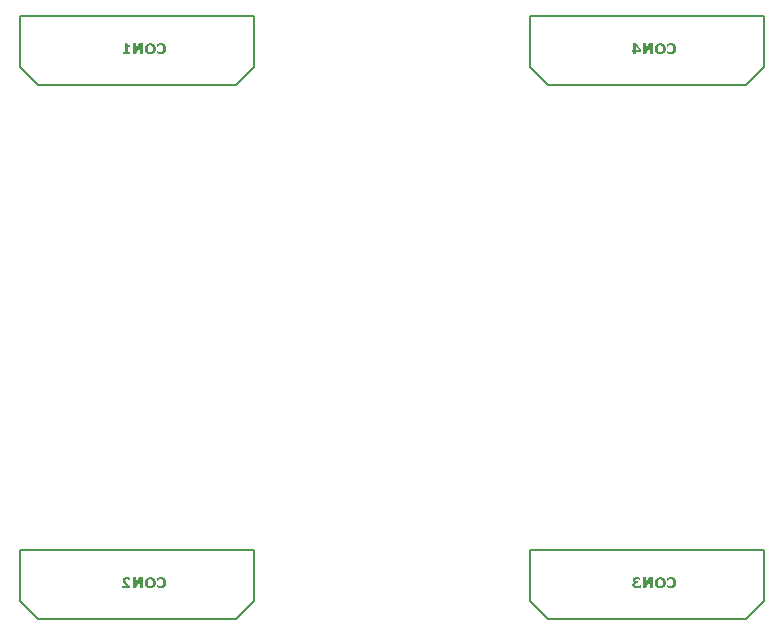
<source format=gbr>
G04 Layer_Color=8388736*
%FSLAX44Y44*%
%MOMM*%
G71*
G01*
G75*
%ADD30C,0.2000*%
G36*
X830857Y50950D02*
X828733D01*
Y57105D01*
X824942Y50950D01*
X822703D01*
Y59927D01*
X824827D01*
Y54782D01*
X828098Y59927D01*
X830857D01*
Y50950D01*
D02*
G37*
G36*
X846593Y60083D02*
X846947Y60041D01*
X847270Y59989D01*
X847415Y59958D01*
X847551Y59927D01*
X847676Y59896D01*
X847780Y59864D01*
X847874Y59833D01*
X847957Y59812D01*
X848030Y59791D01*
X848072Y59771D01*
X848103Y59760D01*
X848113D01*
X848426Y59625D01*
X848707Y59479D01*
X848946Y59333D01*
X849165Y59177D01*
X849248Y59115D01*
X849332Y59052D01*
X849394Y58990D01*
X849457Y58938D01*
X849498Y58896D01*
X849529Y58875D01*
X849550Y58854D01*
X849561Y58844D01*
X849769Y58604D01*
X849957Y58344D01*
X850123Y58094D01*
X850248Y57865D01*
X850311Y57750D01*
X850352Y57657D01*
X850394Y57563D01*
X850425Y57490D01*
X850456Y57428D01*
X850477Y57386D01*
X850488Y57355D01*
Y57344D01*
X850592Y57011D01*
X850665Y56678D01*
X850727Y56355D01*
X850758Y56053D01*
X850769Y55918D01*
X850779Y55803D01*
X850790Y55688D01*
Y55595D01*
X850800Y55522D01*
Y55470D01*
Y55428D01*
Y55418D01*
X850790Y55001D01*
X850748Y54616D01*
X850727Y54439D01*
X850696Y54272D01*
X850665Y54116D01*
X850633Y53980D01*
X850602Y53845D01*
X850571Y53731D01*
X850540Y53637D01*
X850519Y53554D01*
X850498Y53491D01*
X850477Y53439D01*
X850467Y53408D01*
Y53397D01*
X850331Y53085D01*
X850175Y52804D01*
X850019Y52554D01*
X849873Y52335D01*
X849800Y52241D01*
X849738Y52158D01*
X849675Y52096D01*
X849634Y52033D01*
X849592Y51991D01*
X849561Y51960D01*
X849540Y51939D01*
X849529Y51929D01*
X849290Y51721D01*
X849040Y51544D01*
X848801Y51398D01*
X848571Y51273D01*
X848374Y51179D01*
X848290Y51137D01*
X848217Y51106D01*
X848155Y51085D01*
X848113Y51065D01*
X848082Y51054D01*
X848072D01*
X847749Y50960D01*
X847426Y50887D01*
X847113Y50835D01*
X846832Y50804D01*
X846707Y50783D01*
X846593D01*
X846489Y50773D01*
X846395Y50763D01*
X845989D01*
X845780Y50773D01*
X845593Y50783D01*
X845447Y50804D01*
X845322Y50815D01*
X845239Y50825D01*
X845187Y50835D01*
X845166D01*
X844874Y50887D01*
X844729Y50919D01*
X844604Y50950D01*
X844500Y50971D01*
X844406Y50992D01*
X844354Y51013D01*
X844333D01*
X844093Y51096D01*
X843989Y51127D01*
X843885Y51169D01*
X843812Y51200D01*
X843750Y51221D01*
X843708Y51231D01*
X843698Y51242D01*
X843458Y51346D01*
X843354Y51398D01*
X843250Y51439D01*
X843167Y51481D01*
X843104Y51502D01*
X843052Y51523D01*
X843042Y51533D01*
Y53678D01*
X843292D01*
X843427Y53564D01*
X843562Y53449D01*
X843614Y53408D01*
X843667Y53366D01*
X843698Y53345D01*
X843708Y53335D01*
X843896Y53189D01*
X843989Y53127D01*
X844073Y53074D01*
X844146Y53022D01*
X844198Y52991D01*
X844239Y52970D01*
X844250Y52960D01*
X844520Y52825D01*
X844645Y52762D01*
X844770Y52720D01*
X844874Y52679D01*
X844947Y52648D01*
X844999Y52637D01*
X845020Y52627D01*
X845176Y52585D01*
X845322Y52554D01*
X845458Y52533D01*
X845593Y52523D01*
X845697Y52512D01*
X845780Y52502D01*
X845853D01*
X846020Y52512D01*
X846176Y52523D01*
X846332Y52543D01*
X846468Y52575D01*
X846582Y52595D01*
X846666Y52616D01*
X846728Y52627D01*
X846739Y52637D01*
X846749D01*
X846916Y52700D01*
X847061Y52772D01*
X847207Y52845D01*
X847322Y52929D01*
X847426Y52991D01*
X847499Y53054D01*
X847541Y53095D01*
X847561Y53106D01*
X847697Y53241D01*
X847811Y53387D01*
X847915Y53533D01*
X847999Y53678D01*
X848072Y53803D01*
X848124Y53908D01*
X848145Y53949D01*
X848155Y53980D01*
X848165Y53991D01*
Y54001D01*
X848238Y54220D01*
X848301Y54460D01*
X848342Y54689D01*
X848363Y54918D01*
X848384Y55116D01*
Y55199D01*
X848394Y55272D01*
Y55324D01*
Y55366D01*
Y55397D01*
Y55407D01*
X848384Y55699D01*
X848363Y55959D01*
X848322Y56188D01*
X848280Y56386D01*
X848249Y56553D01*
X848228Y56615D01*
X848207Y56667D01*
X848197Y56719D01*
X848186Y56751D01*
X848176Y56761D01*
Y56771D01*
X848092Y56980D01*
X847999Y57157D01*
X847895Y57313D01*
X847811Y57448D01*
X847728Y57552D01*
X847665Y57625D01*
X847613Y57677D01*
X847603Y57688D01*
X847457Y57813D01*
X847322Y57917D01*
X847176Y58000D01*
X847051Y58073D01*
X846947Y58125D01*
X846864Y58167D01*
X846812Y58188D01*
X846791Y58198D01*
X846624Y58250D01*
X846457Y58292D01*
X846301Y58313D01*
X846166Y58334D01*
X846041Y58344D01*
X845947Y58354D01*
X845864D01*
X845708Y58344D01*
X845551Y58334D01*
X845416Y58313D01*
X845291Y58292D01*
X845187Y58261D01*
X845104Y58240D01*
X845062Y58229D01*
X845041Y58219D01*
X844895Y58167D01*
X844760Y58115D01*
X844635Y58063D01*
X844531Y58011D01*
X844447Y57959D01*
X844375Y57927D01*
X844333Y57907D01*
X844323Y57896D01*
X844198Y57823D01*
X844093Y57750D01*
X843989Y57688D01*
X843906Y57625D01*
X843833Y57573D01*
X843781Y57532D01*
X843750Y57511D01*
X843739Y57500D01*
X843646Y57428D01*
X843562Y57365D01*
X843489Y57313D01*
X843427Y57261D01*
X843375Y57219D01*
X843344Y57188D01*
X843323Y57178D01*
X843312Y57167D01*
X843042D01*
Y59344D01*
X843240Y59427D01*
X843333Y59469D01*
X843427Y59510D01*
X843510Y59542D01*
X843573Y59573D01*
X843614Y59583D01*
X843625Y59594D01*
X843875Y59698D01*
X844000Y59739D01*
X844114Y59781D01*
X844208Y59812D01*
X844281Y59833D01*
X844333Y59854D01*
X844354D01*
X844645Y59927D01*
X844791Y59948D01*
X844916Y59979D01*
X845031Y60000D01*
X845124Y60010D01*
X845176Y60021D01*
X845197D01*
X845551Y60062D01*
X845718Y60073D01*
X845874Y60083D01*
X846020Y60093D01*
X846218D01*
X846593Y60083D01*
D02*
G37*
G36*
X405847Y60104D02*
X406222Y60062D01*
X406566Y60000D01*
X406899Y59917D01*
X407201Y59823D01*
X407482Y59719D01*
X407732Y59604D01*
X407961Y59489D01*
X408170Y59365D01*
X408346Y59250D01*
X408492Y59146D01*
X408617Y59052D01*
X408721Y58969D01*
X408784Y58906D01*
X408836Y58865D01*
X408846Y58854D01*
X409065Y58604D01*
X409253Y58344D01*
X409409Y58073D01*
X409555Y57792D01*
X409669Y57500D01*
X409763Y57219D01*
X409846Y56938D01*
X409909Y56667D01*
X409961Y56417D01*
X410002Y56178D01*
X410023Y55970D01*
X410044Y55782D01*
X410054Y55636D01*
X410065Y55574D01*
Y55522D01*
Y55480D01*
Y55449D01*
Y55438D01*
Y55428D01*
X410054Y55032D01*
X410013Y54668D01*
X409950Y54314D01*
X409877Y53991D01*
X409784Y53689D01*
X409679Y53408D01*
X409565Y53147D01*
X409450Y52918D01*
X409346Y52710D01*
X409232Y52533D01*
X409128Y52377D01*
X409034Y52252D01*
X408961Y52158D01*
X408899Y52085D01*
X408857Y52033D01*
X408846Y52023D01*
X408607Y51804D01*
X408346Y51606D01*
X408076Y51439D01*
X407795Y51294D01*
X407513Y51169D01*
X407232Y51075D01*
X406951Y50992D01*
X406691Y50919D01*
X406430Y50867D01*
X406201Y50825D01*
X405993Y50804D01*
X405806Y50783D01*
X405660Y50773D01*
X405597Y50763D01*
X405451D01*
X405056Y50773D01*
X404681Y50815D01*
X404337Y50877D01*
X404004Y50960D01*
X403702Y51054D01*
X403421Y51158D01*
X403171Y51273D01*
X402942Y51398D01*
X402733Y51512D01*
X402556Y51627D01*
X402411Y51731D01*
X402286Y51825D01*
X402181Y51908D01*
X402108Y51971D01*
X402067Y52012D01*
X402057Y52023D01*
X401838Y52273D01*
X401650Y52533D01*
X401484Y52804D01*
X401348Y53085D01*
X401223Y53366D01*
X401130Y53658D01*
X401046Y53928D01*
X400984Y54199D01*
X400932Y54449D01*
X400890Y54678D01*
X400869Y54897D01*
X400848Y55074D01*
X400838Y55220D01*
X400828Y55334D01*
Y55376D01*
Y55407D01*
Y55418D01*
Y55428D01*
X400838Y55824D01*
X400880Y56199D01*
X400942Y56553D01*
X401026Y56876D01*
X401119Y57188D01*
X401223Y57469D01*
X401328Y57719D01*
X401442Y57959D01*
X401567Y58156D01*
X401671Y58344D01*
X401775Y58500D01*
X401869Y58625D01*
X401952Y58719D01*
X402015Y58792D01*
X402057Y58844D01*
X402067Y58854D01*
X402306Y59073D01*
X402567Y59271D01*
X402837Y59437D01*
X403119Y59583D01*
X403400Y59708D01*
X403681Y59802D01*
X403952Y59885D01*
X404223Y59958D01*
X404473Y60010D01*
X404702Y60052D01*
X404910Y60073D01*
X405097Y60093D01*
X405243Y60104D01*
X405358Y60114D01*
X405451D01*
X405847Y60104D01*
D02*
G37*
G36*
X817725D02*
X818038Y60083D01*
X818329Y60052D01*
X818589Y60021D01*
X818704Y60000D01*
X818808Y59989D01*
X818892Y59969D01*
X818975Y59958D01*
X819037Y59948D01*
X819079Y59937D01*
X819110Y59927D01*
X819121D01*
X819423Y59854D01*
X819683Y59791D01*
X819912Y59719D01*
X820100Y59667D01*
X820256Y59615D01*
X820318Y59594D01*
X820360Y59573D01*
X820402Y59562D01*
X820433Y59552D01*
X820443Y59542D01*
X820454D01*
Y57605D01*
X820235D01*
X820006Y57730D01*
X819777Y57844D01*
X819558Y57927D01*
X819360Y58011D01*
X819194Y58073D01*
X819131Y58094D01*
X819069Y58115D01*
X819016Y58125D01*
X818985Y58136D01*
X818964Y58146D01*
X818954D01*
X818715Y58209D01*
X818485Y58261D01*
X818277Y58292D01*
X818090Y58323D01*
X817934Y58334D01*
X817871D01*
X817819Y58344D01*
X817725D01*
X817548Y58334D01*
X817454D01*
X817371Y58323D01*
X817298Y58313D01*
X817236D01*
X817194Y58302D01*
X817184D01*
X817069Y58292D01*
X816955Y58271D01*
X816861Y58240D01*
X816777Y58219D01*
X816715Y58198D01*
X816663Y58177D01*
X816632Y58167D01*
X816621Y58156D01*
X816476Y58073D01*
X816371Y57990D01*
X816330Y57959D01*
X816299Y57927D01*
X816288Y57907D01*
X816278Y57896D01*
X816226Y57834D01*
X816194Y57761D01*
X816153Y57625D01*
X816142Y57563D01*
X816132Y57511D01*
Y57480D01*
Y57469D01*
X816142Y57344D01*
X816153Y57230D01*
X816173Y57136D01*
X816194Y57053D01*
X816226Y56990D01*
X816246Y56948D01*
X816257Y56917D01*
X816267Y56907D01*
X816319Y56844D01*
X816382Y56782D01*
X816517Y56688D01*
X816569Y56657D01*
X816621Y56636D01*
X816653Y56615D01*
X816663D01*
X816871Y56542D01*
X816975Y56522D01*
X817069Y56501D01*
X817163Y56490D01*
X817225Y56480D01*
X817267Y56469D01*
X817288D01*
X817423Y56459D01*
X817704D01*
X817829Y56449D01*
X818621D01*
Y54845D01*
X817621D01*
X817517Y54834D01*
X817371D01*
X817225Y54824D01*
X817079Y54814D01*
X816965Y54793D01*
X816850Y54782D01*
X816767Y54762D01*
X816705Y54741D01*
X816663Y54730D01*
X816653D01*
X816548Y54689D01*
X816455Y54647D01*
X816371Y54595D01*
X816309Y54543D01*
X816257Y54491D01*
X816215Y54449D01*
X816194Y54428D01*
X816184Y54418D01*
X816121Y54335D01*
X816080Y54241D01*
X816038Y54137D01*
X816017Y54043D01*
X816007Y53949D01*
X815996Y53876D01*
Y53835D01*
Y53814D01*
X816007Y53668D01*
X816017Y53543D01*
X816038Y53439D01*
X816059Y53345D01*
X816090Y53283D01*
X816111Y53231D01*
X816121Y53199D01*
X816132Y53189D01*
X816246Y53043D01*
X816361Y52939D01*
X816413Y52897D01*
X816444Y52866D01*
X816476Y52845D01*
X816486Y52835D01*
X816600Y52772D01*
X816715Y52710D01*
X816830Y52668D01*
X816944Y52637D01*
X817038Y52616D01*
X817111Y52595D01*
X817163Y52585D01*
X817184D01*
X817329Y52564D01*
X817475Y52554D01*
X817600Y52543D01*
X817715D01*
X817798Y52533D01*
X817934D01*
X818163Y52543D01*
X818392Y52564D01*
X818610Y52606D01*
X818808Y52648D01*
X818985Y52679D01*
X819058Y52700D01*
X819121Y52720D01*
X819173Y52731D01*
X819214Y52741D01*
X819235Y52752D01*
X819246D01*
X819506Y52845D01*
X819745Y52939D01*
X819954Y53022D01*
X820131Y53116D01*
X820287Y53189D01*
X820391Y53252D01*
X820433Y53272D01*
X820464Y53293D01*
X820474Y53304D01*
X820714D01*
Y51325D01*
X820516Y51242D01*
X820308Y51169D01*
X820089Y51106D01*
X819881Y51054D01*
X819704Y51002D01*
X819621Y50981D01*
X819558Y50971D01*
X819496Y50960D01*
X819454Y50950D01*
X819433Y50940D01*
X819423D01*
X819110Y50877D01*
X818787Y50835D01*
X818465Y50804D01*
X818163Y50783D01*
X818027Y50773D01*
X817788D01*
X817694Y50763D01*
X817506D01*
X817152Y50773D01*
X816840Y50794D01*
X816559Y50825D01*
X816434Y50846D01*
X816319Y50867D01*
X816215Y50877D01*
X816121Y50898D01*
X816049Y50919D01*
X815986Y50929D01*
X815934Y50940D01*
X815892Y50950D01*
X815872Y50960D01*
X815861D01*
X815611Y51044D01*
X815382Y51137D01*
X815184Y51231D01*
X815007Y51325D01*
X814861Y51408D01*
X814757Y51481D01*
X814715Y51502D01*
X814684Y51523D01*
X814674Y51544D01*
X814663D01*
X814476Y51700D01*
X814320Y51856D01*
X814195Y52012D01*
X814080Y52158D01*
X813997Y52283D01*
X813934Y52387D01*
X813924Y52429D01*
X813903Y52460D01*
X813893Y52470D01*
Y52481D01*
X813810Y52689D01*
X813747Y52897D01*
X813705Y53095D01*
X813674Y53283D01*
X813653Y53439D01*
Y53501D01*
X813643Y53564D01*
Y53606D01*
Y53637D01*
Y53658D01*
Y53668D01*
X813653Y53866D01*
X813674Y54043D01*
X813695Y54189D01*
X813726Y54314D01*
X813768Y54418D01*
X813789Y54491D01*
X813810Y54543D01*
X813820Y54553D01*
X813893Y54678D01*
X813966Y54793D01*
X814049Y54897D01*
X814122Y54980D01*
X814184Y55053D01*
X814237Y55116D01*
X814278Y55147D01*
X814289Y55157D01*
X814393Y55241D01*
X814507Y55314D01*
X814611Y55376D01*
X814705Y55428D01*
X814788Y55470D01*
X814851Y55501D01*
X814893Y55511D01*
X814913Y55522D01*
X815163Y55605D01*
X815267Y55626D01*
X815372Y55657D01*
X815455Y55668D01*
X815517Y55678D01*
X815559Y55688D01*
X815570D01*
Y55772D01*
X815299Y55855D01*
X815059Y55959D01*
X814851Y56084D01*
X814674Y56209D01*
X814538Y56324D01*
X814434Y56428D01*
X814403Y56469D01*
X814372Y56501D01*
X814351Y56511D01*
Y56522D01*
X814268Y56636D01*
X814195Y56751D01*
X814080Y56980D01*
X813997Y57209D01*
X813945Y57417D01*
X813903Y57594D01*
X813893Y57677D01*
Y57740D01*
X813882Y57792D01*
Y57834D01*
Y57854D01*
Y57865D01*
X813893Y58073D01*
X813924Y58261D01*
X813966Y58427D01*
X814007Y58563D01*
X814049Y58688D01*
X814091Y58771D01*
X814122Y58823D01*
X814132Y58844D01*
X814237Y59000D01*
X814351Y59135D01*
X814466Y59260D01*
X814591Y59365D01*
X814695Y59448D01*
X814778Y59510D01*
X814840Y59552D01*
X814851Y59562D01*
X814861D01*
X815028Y59656D01*
X815205Y59729D01*
X815382Y59802D01*
X815538Y59854D01*
X815695Y59896D01*
X815809Y59927D01*
X815851Y59948D01*
X815882D01*
X815903Y59958D01*
X815913D01*
X816163Y60010D01*
X816413Y60052D01*
X816663Y60073D01*
X816892Y60093D01*
X817007Y60104D01*
X817100D01*
X817184Y60114D01*
X817402D01*
X817725Y60104D01*
D02*
G37*
G36*
X837647D02*
X838022Y60062D01*
X838366Y60000D01*
X838699Y59917D01*
X839001Y59823D01*
X839282Y59719D01*
X839532Y59604D01*
X839761Y59489D01*
X839969Y59365D01*
X840146Y59250D01*
X840292Y59146D01*
X840417Y59052D01*
X840521Y58969D01*
X840584Y58906D01*
X840636Y58865D01*
X840646Y58854D01*
X840865Y58604D01*
X841052Y58344D01*
X841209Y58073D01*
X841355Y57792D01*
X841469Y57500D01*
X841563Y57219D01*
X841646Y56938D01*
X841709Y56667D01*
X841761Y56417D01*
X841802Y56178D01*
X841823Y55970D01*
X841844Y55782D01*
X841854Y55636D01*
X841865Y55574D01*
Y55522D01*
Y55480D01*
Y55449D01*
Y55438D01*
Y55428D01*
X841854Y55032D01*
X841813Y54668D01*
X841750Y54314D01*
X841677Y53991D01*
X841584Y53689D01*
X841479Y53408D01*
X841365Y53147D01*
X841250Y52918D01*
X841146Y52710D01*
X841032Y52533D01*
X840928Y52377D01*
X840834Y52252D01*
X840761Y52158D01*
X840698Y52085D01*
X840657Y52033D01*
X840646Y52023D01*
X840407Y51804D01*
X840146Y51606D01*
X839876Y51439D01*
X839595Y51294D01*
X839313Y51169D01*
X839032Y51075D01*
X838751Y50992D01*
X838491Y50919D01*
X838230Y50867D01*
X838001Y50825D01*
X837793Y50804D01*
X837606Y50783D01*
X837460Y50773D01*
X837397Y50763D01*
X837251D01*
X836856Y50773D01*
X836481Y50815D01*
X836137Y50877D01*
X835804Y50960D01*
X835502Y51054D01*
X835221Y51158D01*
X834971Y51273D01*
X834742Y51398D01*
X834533Y51512D01*
X834356Y51627D01*
X834211Y51731D01*
X834086Y51825D01*
X833981Y51908D01*
X833908Y51971D01*
X833867Y52012D01*
X833857Y52023D01*
X833638Y52273D01*
X833450Y52533D01*
X833284Y52804D01*
X833148Y53085D01*
X833023Y53366D01*
X832930Y53658D01*
X832846Y53928D01*
X832784Y54199D01*
X832732Y54449D01*
X832690Y54678D01*
X832669Y54897D01*
X832648Y55074D01*
X832638Y55220D01*
X832628Y55334D01*
Y55376D01*
Y55407D01*
Y55418D01*
Y55428D01*
X832638Y55824D01*
X832680Y56199D01*
X832742Y56553D01*
X832825Y56876D01*
X832919Y57188D01*
X833023Y57469D01*
X833128Y57719D01*
X833242Y57959D01*
X833367Y58156D01*
X833471Y58344D01*
X833575Y58500D01*
X833669Y58625D01*
X833752Y58719D01*
X833815Y58792D01*
X833857Y58844D01*
X833867Y58854D01*
X834106Y59073D01*
X834367Y59271D01*
X834638Y59437D01*
X834919Y59583D01*
X835200Y59708D01*
X835481Y59802D01*
X835752Y59885D01*
X836023Y59958D01*
X836273Y60010D01*
X836502Y60052D01*
X836710Y60073D01*
X836897Y60093D01*
X837043Y60104D01*
X837158Y60114D01*
X837251D01*
X837647Y60104D01*
D02*
G37*
G36*
X821047Y506810D02*
Y505122D01*
X816705D01*
Y503029D01*
X814497D01*
Y505122D01*
X813278D01*
Y506757D01*
X814497D01*
Y512027D01*
X816850D01*
X821047Y506810D01*
D02*
G37*
G36*
X837647Y512204D02*
X838022Y512162D01*
X838366Y512100D01*
X838699Y512016D01*
X839001Y511923D01*
X839282Y511819D01*
X839532Y511704D01*
X839761Y511590D01*
X839969Y511465D01*
X840146Y511350D01*
X840292Y511246D01*
X840417Y511152D01*
X840521Y511069D01*
X840584Y511006D01*
X840636Y510965D01*
X840646Y510954D01*
X840865Y510704D01*
X841052Y510444D01*
X841209Y510173D01*
X841355Y509892D01*
X841469Y509600D01*
X841563Y509319D01*
X841646Y509038D01*
X841709Y508767D01*
X841761Y508517D01*
X841802Y508278D01*
X841823Y508069D01*
X841844Y507882D01*
X841854Y507736D01*
X841865Y507674D01*
Y507622D01*
Y507580D01*
Y507549D01*
Y507538D01*
Y507528D01*
X841854Y507132D01*
X841813Y506768D01*
X841750Y506414D01*
X841677Y506091D01*
X841584Y505789D01*
X841479Y505508D01*
X841365Y505247D01*
X841250Y505018D01*
X841146Y504810D01*
X841032Y504633D01*
X840928Y504477D01*
X840834Y504352D01*
X840761Y504258D01*
X840698Y504185D01*
X840657Y504133D01*
X840646Y504123D01*
X840407Y503904D01*
X840146Y503706D01*
X839876Y503540D01*
X839595Y503394D01*
X839313Y503269D01*
X839032Y503175D01*
X838751Y503092D01*
X838491Y503019D01*
X838230Y502967D01*
X838001Y502925D01*
X837793Y502904D01*
X837606Y502883D01*
X837460Y502873D01*
X837397Y502863D01*
X837251D01*
X836856Y502873D01*
X836481Y502915D01*
X836137Y502977D01*
X835804Y503060D01*
X835502Y503154D01*
X835221Y503258D01*
X834971Y503373D01*
X834742Y503498D01*
X834533Y503612D01*
X834356Y503727D01*
X834211Y503831D01*
X834086Y503925D01*
X833981Y504008D01*
X833908Y504071D01*
X833867Y504112D01*
X833857Y504123D01*
X833638Y504373D01*
X833450Y504633D01*
X833284Y504904D01*
X833148Y505185D01*
X833023Y505466D01*
X832930Y505758D01*
X832846Y506028D01*
X832784Y506299D01*
X832732Y506549D01*
X832690Y506778D01*
X832669Y506997D01*
X832648Y507174D01*
X832638Y507320D01*
X832628Y507434D01*
Y507476D01*
Y507507D01*
Y507518D01*
Y507528D01*
X832638Y507924D01*
X832680Y508299D01*
X832742Y508653D01*
X832825Y508976D01*
X832919Y509288D01*
X833023Y509569D01*
X833128Y509819D01*
X833242Y510059D01*
X833367Y510257D01*
X833471Y510444D01*
X833575Y510600D01*
X833669Y510725D01*
X833752Y510819D01*
X833815Y510892D01*
X833857Y510944D01*
X833867Y510954D01*
X834106Y511173D01*
X834367Y511371D01*
X834638Y511537D01*
X834919Y511683D01*
X835200Y511808D01*
X835481Y511902D01*
X835752Y511985D01*
X836023Y512058D01*
X836273Y512110D01*
X836502Y512152D01*
X836710Y512173D01*
X836897Y512193D01*
X837043Y512204D01*
X837158Y512214D01*
X837251D01*
X837647Y512204D01*
D02*
G37*
G36*
X830857Y503050D02*
X828733D01*
Y509205D01*
X824942Y503050D01*
X822703D01*
Y512027D01*
X824827D01*
Y506882D01*
X828098Y512027D01*
X830857D01*
Y503050D01*
D02*
G37*
G36*
X846593Y512183D02*
X846947Y512141D01*
X847270Y512089D01*
X847415Y512058D01*
X847551Y512027D01*
X847676Y511996D01*
X847780Y511964D01*
X847874Y511933D01*
X847957Y511912D01*
X848030Y511892D01*
X848072Y511871D01*
X848103Y511860D01*
X848113D01*
X848426Y511725D01*
X848707Y511579D01*
X848946Y511433D01*
X849165Y511277D01*
X849248Y511215D01*
X849332Y511152D01*
X849394Y511090D01*
X849457Y511037D01*
X849498Y510996D01*
X849529Y510975D01*
X849550Y510954D01*
X849561Y510944D01*
X849769Y510704D01*
X849957Y510444D01*
X850123Y510194D01*
X850248Y509965D01*
X850311Y509850D01*
X850352Y509757D01*
X850394Y509663D01*
X850425Y509590D01*
X850456Y509528D01*
X850477Y509486D01*
X850488Y509455D01*
Y509444D01*
X850592Y509111D01*
X850665Y508778D01*
X850727Y508455D01*
X850758Y508153D01*
X850769Y508018D01*
X850779Y507903D01*
X850790Y507788D01*
Y507695D01*
X850800Y507622D01*
Y507570D01*
Y507528D01*
Y507518D01*
X850790Y507101D01*
X850748Y506716D01*
X850727Y506539D01*
X850696Y506372D01*
X850665Y506216D01*
X850633Y506081D01*
X850602Y505945D01*
X850571Y505830D01*
X850540Y505737D01*
X850519Y505653D01*
X850498Y505591D01*
X850477Y505539D01*
X850467Y505508D01*
Y505497D01*
X850331Y505185D01*
X850175Y504904D01*
X850019Y504654D01*
X849873Y504435D01*
X849800Y504341D01*
X849738Y504258D01*
X849675Y504196D01*
X849634Y504133D01*
X849592Y504091D01*
X849561Y504060D01*
X849540Y504039D01*
X849529Y504029D01*
X849290Y503821D01*
X849040Y503644D01*
X848801Y503498D01*
X848571Y503373D01*
X848374Y503279D01*
X848290Y503237D01*
X848217Y503206D01*
X848155Y503185D01*
X848113Y503165D01*
X848082Y503154D01*
X848072D01*
X847749Y503060D01*
X847426Y502988D01*
X847113Y502935D01*
X846832Y502904D01*
X846707Y502883D01*
X846593D01*
X846489Y502873D01*
X846395Y502863D01*
X845989D01*
X845780Y502873D01*
X845593Y502883D01*
X845447Y502904D01*
X845322Y502915D01*
X845239Y502925D01*
X845187Y502935D01*
X845166D01*
X844874Y502988D01*
X844729Y503019D01*
X844604Y503050D01*
X844500Y503071D01*
X844406Y503092D01*
X844354Y503112D01*
X844333D01*
X844093Y503196D01*
X843989Y503227D01*
X843885Y503269D01*
X843812Y503300D01*
X843750Y503321D01*
X843708Y503331D01*
X843698Y503342D01*
X843458Y503446D01*
X843354Y503498D01*
X843250Y503540D01*
X843167Y503581D01*
X843104Y503602D01*
X843052Y503623D01*
X843042Y503633D01*
Y505779D01*
X843292D01*
X843427Y505664D01*
X843562Y505549D01*
X843614Y505508D01*
X843667Y505466D01*
X843698Y505445D01*
X843708Y505435D01*
X843896Y505289D01*
X843989Y505227D01*
X844073Y505174D01*
X844146Y505122D01*
X844198Y505091D01*
X844239Y505070D01*
X844250Y505060D01*
X844520Y504925D01*
X844645Y504862D01*
X844770Y504820D01*
X844874Y504779D01*
X844947Y504748D01*
X844999Y504737D01*
X845020Y504727D01*
X845176Y504685D01*
X845322Y504654D01*
X845458Y504633D01*
X845593Y504622D01*
X845697Y504612D01*
X845780Y504602D01*
X845853D01*
X846020Y504612D01*
X846176Y504622D01*
X846332Y504643D01*
X846468Y504675D01*
X846582Y504695D01*
X846666Y504716D01*
X846728Y504727D01*
X846739Y504737D01*
X846749D01*
X846916Y504799D01*
X847061Y504872D01*
X847207Y504945D01*
X847322Y505029D01*
X847426Y505091D01*
X847499Y505154D01*
X847541Y505195D01*
X847561Y505206D01*
X847697Y505341D01*
X847811Y505487D01*
X847915Y505633D01*
X847999Y505779D01*
X848072Y505903D01*
X848124Y506008D01*
X848145Y506049D01*
X848155Y506081D01*
X848165Y506091D01*
Y506101D01*
X848238Y506320D01*
X848301Y506559D01*
X848342Y506789D01*
X848363Y507018D01*
X848384Y507216D01*
Y507299D01*
X848394Y507372D01*
Y507424D01*
Y507466D01*
Y507497D01*
Y507507D01*
X848384Y507799D01*
X848363Y508059D01*
X848322Y508288D01*
X848280Y508486D01*
X848249Y508653D01*
X848228Y508715D01*
X848207Y508767D01*
X848197Y508819D01*
X848186Y508851D01*
X848176Y508861D01*
Y508871D01*
X848092Y509080D01*
X847999Y509257D01*
X847895Y509413D01*
X847811Y509548D01*
X847728Y509652D01*
X847665Y509725D01*
X847613Y509777D01*
X847603Y509788D01*
X847457Y509913D01*
X847322Y510017D01*
X847176Y510100D01*
X847051Y510173D01*
X846947Y510225D01*
X846864Y510267D01*
X846812Y510288D01*
X846791Y510298D01*
X846624Y510350D01*
X846457Y510392D01*
X846301Y510413D01*
X846166Y510434D01*
X846041Y510444D01*
X845947Y510454D01*
X845864D01*
X845708Y510444D01*
X845551Y510434D01*
X845416Y510413D01*
X845291Y510392D01*
X845187Y510361D01*
X845104Y510340D01*
X845062Y510329D01*
X845041Y510319D01*
X844895Y510267D01*
X844760Y510215D01*
X844635Y510163D01*
X844531Y510111D01*
X844447Y510059D01*
X844375Y510027D01*
X844333Y510006D01*
X844323Y509996D01*
X844198Y509923D01*
X844093Y509850D01*
X843989Y509788D01*
X843906Y509725D01*
X843833Y509673D01*
X843781Y509632D01*
X843750Y509611D01*
X843739Y509600D01*
X843646Y509528D01*
X843562Y509465D01*
X843489Y509413D01*
X843427Y509361D01*
X843375Y509319D01*
X843344Y509288D01*
X843323Y509278D01*
X843312Y509267D01*
X843042D01*
Y511444D01*
X843240Y511527D01*
X843333Y511569D01*
X843427Y511610D01*
X843510Y511642D01*
X843573Y511673D01*
X843614Y511683D01*
X843625Y511694D01*
X843875Y511798D01*
X844000Y511839D01*
X844114Y511881D01*
X844208Y511912D01*
X844281Y511933D01*
X844333Y511954D01*
X844354D01*
X844645Y512027D01*
X844791Y512048D01*
X844916Y512079D01*
X845031Y512100D01*
X845124Y512110D01*
X845176Y512121D01*
X845197D01*
X845551Y512162D01*
X845718Y512173D01*
X845874Y512183D01*
X846020Y512193D01*
X846218D01*
X846593Y512183D01*
D02*
G37*
G36*
X386019Y511912D02*
X386050Y511798D01*
X386081Y511694D01*
X386113Y511610D01*
X386144Y511537D01*
X386165Y511485D01*
X386185Y511454D01*
X386196Y511444D01*
X386258Y511360D01*
X386331Y511277D01*
X386415Y511215D01*
X386488Y511152D01*
X386560Y511110D01*
X386613Y511079D01*
X386654Y511058D01*
X386665Y511048D01*
X386769Y511006D01*
X386883Y510965D01*
X386987Y510933D01*
X387092Y510913D01*
X387185Y510892D01*
X387258Y510881D01*
X387310Y510871D01*
X387331D01*
X387623Y510850D01*
X387769Y510840D01*
X387893D01*
X387998Y510829D01*
X388154D01*
Y509361D01*
X386258D01*
Y504612D01*
X388154D01*
Y503050D01*
X382155D01*
Y504612D01*
X384009D01*
Y512048D01*
X386008D01*
X386019Y511912D01*
D02*
G37*
G36*
X405847Y512204D02*
X406222Y512162D01*
X406566Y512100D01*
X406899Y512016D01*
X407201Y511923D01*
X407482Y511819D01*
X407732Y511704D01*
X407961Y511590D01*
X408170Y511465D01*
X408346Y511350D01*
X408492Y511246D01*
X408617Y511152D01*
X408721Y511069D01*
X408784Y511006D01*
X408836Y510965D01*
X408846Y510954D01*
X409065Y510704D01*
X409253Y510444D01*
X409409Y510173D01*
X409555Y509892D01*
X409669Y509600D01*
X409763Y509319D01*
X409846Y509038D01*
X409909Y508767D01*
X409961Y508517D01*
X410002Y508278D01*
X410023Y508069D01*
X410044Y507882D01*
X410054Y507736D01*
X410065Y507674D01*
Y507622D01*
Y507580D01*
Y507549D01*
Y507538D01*
Y507528D01*
X410054Y507132D01*
X410013Y506768D01*
X409950Y506414D01*
X409877Y506091D01*
X409784Y505789D01*
X409679Y505508D01*
X409565Y505247D01*
X409450Y505018D01*
X409346Y504810D01*
X409232Y504633D01*
X409128Y504477D01*
X409034Y504352D01*
X408961Y504258D01*
X408899Y504185D01*
X408857Y504133D01*
X408846Y504123D01*
X408607Y503904D01*
X408346Y503706D01*
X408076Y503540D01*
X407795Y503394D01*
X407513Y503269D01*
X407232Y503175D01*
X406951Y503092D01*
X406691Y503019D01*
X406430Y502967D01*
X406201Y502925D01*
X405993Y502904D01*
X405806Y502883D01*
X405660Y502873D01*
X405597Y502863D01*
X405451D01*
X405056Y502873D01*
X404681Y502915D01*
X404337Y502977D01*
X404004Y503060D01*
X403702Y503154D01*
X403421Y503258D01*
X403171Y503373D01*
X402942Y503498D01*
X402733Y503612D01*
X402556Y503727D01*
X402411Y503831D01*
X402286Y503925D01*
X402181Y504008D01*
X402108Y504071D01*
X402067Y504112D01*
X402057Y504123D01*
X401838Y504373D01*
X401650Y504633D01*
X401484Y504904D01*
X401348Y505185D01*
X401223Y505466D01*
X401130Y505758D01*
X401046Y506028D01*
X400984Y506299D01*
X400932Y506549D01*
X400890Y506778D01*
X400869Y506997D01*
X400848Y507174D01*
X400838Y507320D01*
X400828Y507434D01*
Y507476D01*
Y507507D01*
Y507518D01*
Y507528D01*
X400838Y507924D01*
X400880Y508299D01*
X400942Y508653D01*
X401026Y508976D01*
X401119Y509288D01*
X401223Y509569D01*
X401328Y509819D01*
X401442Y510059D01*
X401567Y510257D01*
X401671Y510444D01*
X401775Y510600D01*
X401869Y510725D01*
X401952Y510819D01*
X402015Y510892D01*
X402057Y510944D01*
X402067Y510954D01*
X402306Y511173D01*
X402567Y511371D01*
X402837Y511537D01*
X403119Y511683D01*
X403400Y511808D01*
X403681Y511902D01*
X403952Y511985D01*
X404223Y512058D01*
X404473Y512110D01*
X404702Y512152D01*
X404910Y512173D01*
X405097Y512193D01*
X405243Y512204D01*
X405358Y512214D01*
X405451D01*
X405847Y512204D01*
D02*
G37*
G36*
X399057Y503050D02*
X396933D01*
Y509205D01*
X393142Y503050D01*
X390903D01*
Y512027D01*
X393027D01*
Y506882D01*
X396297Y512027D01*
X399057D01*
Y503050D01*
D02*
G37*
G36*
X414793Y512183D02*
X415147Y512141D01*
X415470Y512089D01*
X415616Y512058D01*
X415751Y512027D01*
X415876Y511996D01*
X415980Y511964D01*
X416074Y511933D01*
X416157Y511912D01*
X416230Y511892D01*
X416272Y511871D01*
X416303Y511860D01*
X416313D01*
X416626Y511725D01*
X416907Y511579D01*
X417146Y511433D01*
X417365Y511277D01*
X417448Y511215D01*
X417532Y511152D01*
X417594Y511090D01*
X417657Y511037D01*
X417698Y510996D01*
X417729Y510975D01*
X417750Y510954D01*
X417761Y510944D01*
X417969Y510704D01*
X418157Y510444D01*
X418323Y510194D01*
X418448Y509965D01*
X418511Y509850D01*
X418552Y509757D01*
X418594Y509663D01*
X418625Y509590D01*
X418656Y509528D01*
X418677Y509486D01*
X418688Y509455D01*
Y509444D01*
X418792Y509111D01*
X418865Y508778D01*
X418927Y508455D01*
X418958Y508153D01*
X418969Y508018D01*
X418979Y507903D01*
X418990Y507788D01*
Y507695D01*
X419000Y507622D01*
Y507570D01*
Y507528D01*
Y507518D01*
X418990Y507101D01*
X418948Y506716D01*
X418927Y506539D01*
X418896Y506372D01*
X418865Y506216D01*
X418833Y506081D01*
X418802Y505945D01*
X418771Y505830D01*
X418740Y505737D01*
X418719Y505653D01*
X418698Y505591D01*
X418677Y505539D01*
X418667Y505508D01*
Y505497D01*
X418531Y505185D01*
X418375Y504904D01*
X418219Y504654D01*
X418073Y504435D01*
X418000Y504341D01*
X417938Y504258D01*
X417875Y504196D01*
X417834Y504133D01*
X417792Y504091D01*
X417761Y504060D01*
X417740Y504039D01*
X417729Y504029D01*
X417490Y503821D01*
X417240Y503644D01*
X417001Y503498D01*
X416772Y503373D01*
X416574Y503279D01*
X416490Y503237D01*
X416417Y503206D01*
X416355Y503185D01*
X416313Y503165D01*
X416282Y503154D01*
X416272D01*
X415949Y503060D01*
X415626Y502988D01*
X415313Y502935D01*
X415032Y502904D01*
X414907Y502883D01*
X414793D01*
X414689Y502873D01*
X414595Y502863D01*
X414189D01*
X413980Y502873D01*
X413793Y502883D01*
X413647Y502904D01*
X413522Y502915D01*
X413439Y502925D01*
X413387Y502935D01*
X413366D01*
X413074Y502988D01*
X412929Y503019D01*
X412804Y503050D01*
X412700Y503071D01*
X412606Y503092D01*
X412554Y503112D01*
X412533D01*
X412293Y503196D01*
X412189Y503227D01*
X412085Y503269D01*
X412012Y503300D01*
X411950Y503321D01*
X411908Y503331D01*
X411898Y503342D01*
X411658Y503446D01*
X411554Y503498D01*
X411450Y503540D01*
X411367Y503581D01*
X411304Y503602D01*
X411252Y503623D01*
X411242Y503633D01*
Y505779D01*
X411492D01*
X411627Y505664D01*
X411762Y505549D01*
X411814Y505508D01*
X411866Y505466D01*
X411898Y505445D01*
X411908Y505435D01*
X412096Y505289D01*
X412189Y505227D01*
X412273Y505174D01*
X412346Y505122D01*
X412398Y505091D01*
X412439Y505070D01*
X412450Y505060D01*
X412720Y504925D01*
X412845Y504862D01*
X412970Y504820D01*
X413074Y504779D01*
X413147Y504748D01*
X413200Y504737D01*
X413220Y504727D01*
X413377Y504685D01*
X413522Y504654D01*
X413658Y504633D01*
X413793Y504622D01*
X413897Y504612D01*
X413980Y504602D01*
X414053D01*
X414220Y504612D01*
X414376Y504622D01*
X414532Y504643D01*
X414668Y504675D01*
X414782Y504695D01*
X414866Y504716D01*
X414928Y504727D01*
X414939Y504737D01*
X414949D01*
X415116Y504799D01*
X415261Y504872D01*
X415407Y504945D01*
X415522Y505029D01*
X415626Y505091D01*
X415699Y505154D01*
X415741Y505195D01*
X415761Y505206D01*
X415897Y505341D01*
X416011Y505487D01*
X416115Y505633D01*
X416199Y505779D01*
X416272Y505903D01*
X416324Y506008D01*
X416344Y506049D01*
X416355Y506081D01*
X416365Y506091D01*
Y506101D01*
X416438Y506320D01*
X416501Y506559D01*
X416542Y506789D01*
X416563Y507018D01*
X416584Y507216D01*
Y507299D01*
X416594Y507372D01*
Y507424D01*
Y507466D01*
Y507497D01*
Y507507D01*
X416584Y507799D01*
X416563Y508059D01*
X416521Y508288D01*
X416480Y508486D01*
X416449Y508653D01*
X416428Y508715D01*
X416407Y508767D01*
X416397Y508819D01*
X416386Y508851D01*
X416376Y508861D01*
Y508871D01*
X416292Y509080D01*
X416199Y509257D01*
X416095Y509413D01*
X416011Y509548D01*
X415928Y509652D01*
X415865Y509725D01*
X415813Y509777D01*
X415803Y509788D01*
X415657Y509913D01*
X415522Y510017D01*
X415376Y510100D01*
X415251Y510173D01*
X415147Y510225D01*
X415064Y510267D01*
X415011Y510288D01*
X414991Y510298D01*
X414824Y510350D01*
X414657Y510392D01*
X414501Y510413D01*
X414366Y510434D01*
X414241Y510444D01*
X414147Y510454D01*
X414064D01*
X413908Y510444D01*
X413751Y510434D01*
X413616Y510413D01*
X413491Y510392D01*
X413387Y510361D01*
X413304Y510340D01*
X413262Y510329D01*
X413241Y510319D01*
X413095Y510267D01*
X412960Y510215D01*
X412835Y510163D01*
X412731Y510111D01*
X412648Y510059D01*
X412575Y510027D01*
X412533Y510006D01*
X412523Y509996D01*
X412398Y509923D01*
X412293Y509850D01*
X412189Y509788D01*
X412106Y509725D01*
X412033Y509673D01*
X411981Y509632D01*
X411950Y509611D01*
X411939Y509600D01*
X411846Y509528D01*
X411762Y509465D01*
X411689Y509413D01*
X411627Y509361D01*
X411575Y509319D01*
X411544Y509288D01*
X411523Y509278D01*
X411512Y509267D01*
X411242D01*
Y511444D01*
X411440Y511527D01*
X411533Y511569D01*
X411627Y511610D01*
X411710Y511642D01*
X411773Y511673D01*
X411814Y511683D01*
X411825Y511694D01*
X412075Y511798D01*
X412200Y511839D01*
X412314Y511881D01*
X412408Y511912D01*
X412481Y511933D01*
X412533Y511954D01*
X412554D01*
X412845Y512027D01*
X412991Y512048D01*
X413116Y512079D01*
X413231Y512100D01*
X413324Y512110D01*
X413377Y512121D01*
X413397D01*
X413751Y512162D01*
X413918Y512173D01*
X414074Y512183D01*
X414220Y512193D01*
X414418D01*
X414793Y512183D01*
D02*
G37*
G36*
X399057Y50950D02*
X396933D01*
Y57105D01*
X393142Y50950D01*
X390903D01*
Y59927D01*
X393027D01*
Y54782D01*
X396297Y59927D01*
X399057D01*
Y50950D01*
D02*
G37*
G36*
X414793Y60083D02*
X415147Y60041D01*
X415470Y59989D01*
X415616Y59958D01*
X415751Y59927D01*
X415876Y59896D01*
X415980Y59864D01*
X416074Y59833D01*
X416157Y59812D01*
X416230Y59791D01*
X416272Y59771D01*
X416303Y59760D01*
X416313D01*
X416626Y59625D01*
X416907Y59479D01*
X417146Y59333D01*
X417365Y59177D01*
X417448Y59115D01*
X417532Y59052D01*
X417594Y58990D01*
X417657Y58938D01*
X417698Y58896D01*
X417729Y58875D01*
X417750Y58854D01*
X417761Y58844D01*
X417969Y58604D01*
X418157Y58344D01*
X418323Y58094D01*
X418448Y57865D01*
X418511Y57750D01*
X418552Y57657D01*
X418594Y57563D01*
X418625Y57490D01*
X418656Y57428D01*
X418677Y57386D01*
X418688Y57355D01*
Y57344D01*
X418792Y57011D01*
X418865Y56678D01*
X418927Y56355D01*
X418958Y56053D01*
X418969Y55918D01*
X418979Y55803D01*
X418990Y55688D01*
Y55595D01*
X419000Y55522D01*
Y55470D01*
Y55428D01*
Y55418D01*
X418990Y55001D01*
X418948Y54616D01*
X418927Y54439D01*
X418896Y54272D01*
X418865Y54116D01*
X418833Y53980D01*
X418802Y53845D01*
X418771Y53731D01*
X418740Y53637D01*
X418719Y53554D01*
X418698Y53491D01*
X418677Y53439D01*
X418667Y53408D01*
Y53397D01*
X418531Y53085D01*
X418375Y52804D01*
X418219Y52554D01*
X418073Y52335D01*
X418000Y52241D01*
X417938Y52158D01*
X417875Y52096D01*
X417834Y52033D01*
X417792Y51991D01*
X417761Y51960D01*
X417740Y51939D01*
X417729Y51929D01*
X417490Y51721D01*
X417240Y51544D01*
X417001Y51398D01*
X416772Y51273D01*
X416574Y51179D01*
X416490Y51137D01*
X416417Y51106D01*
X416355Y51085D01*
X416313Y51065D01*
X416282Y51054D01*
X416272D01*
X415949Y50960D01*
X415626Y50887D01*
X415313Y50835D01*
X415032Y50804D01*
X414907Y50783D01*
X414793D01*
X414689Y50773D01*
X414595Y50763D01*
X414189D01*
X413980Y50773D01*
X413793Y50783D01*
X413647Y50804D01*
X413522Y50815D01*
X413439Y50825D01*
X413387Y50835D01*
X413366D01*
X413074Y50887D01*
X412929Y50919D01*
X412804Y50950D01*
X412700Y50971D01*
X412606Y50992D01*
X412554Y51013D01*
X412533D01*
X412293Y51096D01*
X412189Y51127D01*
X412085Y51169D01*
X412012Y51200D01*
X411950Y51221D01*
X411908Y51231D01*
X411898Y51242D01*
X411658Y51346D01*
X411554Y51398D01*
X411450Y51439D01*
X411367Y51481D01*
X411304Y51502D01*
X411252Y51523D01*
X411242Y51533D01*
Y53678D01*
X411492D01*
X411627Y53564D01*
X411762Y53449D01*
X411814Y53408D01*
X411866Y53366D01*
X411898Y53345D01*
X411908Y53335D01*
X412096Y53189D01*
X412189Y53127D01*
X412273Y53074D01*
X412346Y53022D01*
X412398Y52991D01*
X412439Y52970D01*
X412450Y52960D01*
X412720Y52825D01*
X412845Y52762D01*
X412970Y52720D01*
X413074Y52679D01*
X413147Y52648D01*
X413200Y52637D01*
X413220Y52627D01*
X413377Y52585D01*
X413522Y52554D01*
X413658Y52533D01*
X413793Y52523D01*
X413897Y52512D01*
X413980Y52502D01*
X414053D01*
X414220Y52512D01*
X414376Y52523D01*
X414532Y52543D01*
X414668Y52575D01*
X414782Y52595D01*
X414866Y52616D01*
X414928Y52627D01*
X414939Y52637D01*
X414949D01*
X415116Y52700D01*
X415261Y52772D01*
X415407Y52845D01*
X415522Y52929D01*
X415626Y52991D01*
X415699Y53054D01*
X415741Y53095D01*
X415761Y53106D01*
X415897Y53241D01*
X416011Y53387D01*
X416115Y53533D01*
X416199Y53678D01*
X416272Y53803D01*
X416324Y53908D01*
X416344Y53949D01*
X416355Y53980D01*
X416365Y53991D01*
Y54001D01*
X416438Y54220D01*
X416501Y54460D01*
X416542Y54689D01*
X416563Y54918D01*
X416584Y55116D01*
Y55199D01*
X416594Y55272D01*
Y55324D01*
Y55366D01*
Y55397D01*
Y55407D01*
X416584Y55699D01*
X416563Y55959D01*
X416521Y56188D01*
X416480Y56386D01*
X416449Y56553D01*
X416428Y56615D01*
X416407Y56667D01*
X416397Y56719D01*
X416386Y56751D01*
X416376Y56761D01*
Y56771D01*
X416292Y56980D01*
X416199Y57157D01*
X416095Y57313D01*
X416011Y57448D01*
X415928Y57552D01*
X415865Y57625D01*
X415813Y57677D01*
X415803Y57688D01*
X415657Y57813D01*
X415522Y57917D01*
X415376Y58000D01*
X415251Y58073D01*
X415147Y58125D01*
X415064Y58167D01*
X415011Y58188D01*
X414991Y58198D01*
X414824Y58250D01*
X414657Y58292D01*
X414501Y58313D01*
X414366Y58334D01*
X414241Y58344D01*
X414147Y58354D01*
X414064D01*
X413908Y58344D01*
X413751Y58334D01*
X413616Y58313D01*
X413491Y58292D01*
X413387Y58261D01*
X413304Y58240D01*
X413262Y58229D01*
X413241Y58219D01*
X413095Y58167D01*
X412960Y58115D01*
X412835Y58063D01*
X412731Y58011D01*
X412648Y57959D01*
X412575Y57927D01*
X412533Y57907D01*
X412523Y57896D01*
X412398Y57823D01*
X412293Y57750D01*
X412189Y57688D01*
X412106Y57625D01*
X412033Y57573D01*
X411981Y57532D01*
X411950Y57511D01*
X411939Y57500D01*
X411846Y57428D01*
X411762Y57365D01*
X411689Y57313D01*
X411627Y57261D01*
X411575Y57219D01*
X411544Y57188D01*
X411523Y57178D01*
X411512Y57167D01*
X411242D01*
Y59344D01*
X411440Y59427D01*
X411533Y59469D01*
X411627Y59510D01*
X411710Y59542D01*
X411773Y59573D01*
X411814Y59583D01*
X411825Y59594D01*
X412075Y59698D01*
X412200Y59739D01*
X412314Y59781D01*
X412408Y59812D01*
X412481Y59833D01*
X412533Y59854D01*
X412554D01*
X412845Y59927D01*
X412991Y59948D01*
X413116Y59979D01*
X413231Y60000D01*
X413324Y60010D01*
X413377Y60021D01*
X413397D01*
X413751Y60062D01*
X413918Y60073D01*
X414074Y60083D01*
X414220Y60093D01*
X414418D01*
X414793Y60083D01*
D02*
G37*
G36*
X385790D02*
X386092Y60062D01*
X386373Y60031D01*
X386623Y60000D01*
X386738Y59979D01*
X386831Y59969D01*
X386925Y59948D01*
X386998Y59937D01*
X387060Y59927D01*
X387102Y59917D01*
X387133Y59906D01*
X387144D01*
X387435Y59833D01*
X387696Y59771D01*
X387904Y59708D01*
X388081Y59646D01*
X388227Y59604D01*
X388320Y59562D01*
X388383Y59542D01*
X388404Y59531D01*
Y57542D01*
X388216D01*
X388018Y57667D01*
X387821Y57782D01*
X387633Y57886D01*
X387456Y57969D01*
X387300Y58032D01*
X387185Y58084D01*
X387144Y58104D01*
X387112Y58115D01*
X387092Y58125D01*
X387081D01*
X386852Y58198D01*
X386644Y58261D01*
X386446Y58302D01*
X386269Y58323D01*
X386123Y58344D01*
X386008Y58354D01*
X385915D01*
X385654Y58344D01*
X385425Y58302D01*
X385227Y58250D01*
X385071Y58188D01*
X384946Y58115D01*
X384852Y58063D01*
X384800Y58021D01*
X384780Y58011D01*
X384644Y57875D01*
X384551Y57719D01*
X384478Y57563D01*
X384436Y57417D01*
X384405Y57271D01*
X384394Y57167D01*
X384384Y57126D01*
Y57094D01*
Y57073D01*
Y57063D01*
X384394Y56876D01*
X384436Y56688D01*
X384478Y56511D01*
X384540Y56355D01*
X384592Y56220D01*
X384644Y56126D01*
X384665Y56084D01*
X384686Y56053D01*
X384696Y56042D01*
Y56032D01*
X384832Y55834D01*
X384988Y55626D01*
X385155Y55418D01*
X385321Y55220D01*
X385477Y55053D01*
X385550Y54980D01*
X385613Y54918D01*
X385654Y54876D01*
X385696Y54834D01*
X385717Y54814D01*
X385727Y54803D01*
X385925Y54616D01*
X386133Y54428D01*
X386352Y54230D01*
X386560Y54053D01*
X386748Y53897D01*
X386821Y53835D01*
X386894Y53783D01*
X386946Y53731D01*
X386998Y53699D01*
X387019Y53678D01*
X387029Y53668D01*
X387331Y53429D01*
X387623Y53199D01*
X387893Y52991D01*
X388143Y52804D01*
X388247Y52720D01*
X388341Y52648D01*
X388435Y52585D01*
X388508Y52533D01*
X388560Y52491D01*
X388612Y52460D01*
X388633Y52439D01*
X388643Y52429D01*
Y50950D01*
X381603D01*
Y52668D01*
X385634D01*
X385530Y52741D01*
X385415Y52835D01*
X385290Y52929D01*
X385155Y53022D01*
X385040Y53116D01*
X384946Y53189D01*
X384873Y53231D01*
X384863Y53252D01*
X384852D01*
X384644Y53418D01*
X384446Y53574D01*
X384259Y53741D01*
X384092Y53876D01*
X383946Y54001D01*
X383842Y54106D01*
X383801Y54137D01*
X383769Y54168D01*
X383759Y54178D01*
X383749Y54189D01*
X383592Y54345D01*
X383436Y54491D01*
X383301Y54637D01*
X383176Y54782D01*
X382957Y55043D01*
X382770Y55282D01*
X382697Y55386D01*
X382624Y55480D01*
X382572Y55563D01*
X382530Y55626D01*
X382489Y55688D01*
X382468Y55730D01*
X382447Y55751D01*
Y55761D01*
X382301Y56053D01*
X382197Y56334D01*
X382124Y56615D01*
X382072Y56855D01*
X382051Y56969D01*
X382041Y57073D01*
X382030Y57157D01*
Y57230D01*
X382020Y57292D01*
Y57334D01*
Y57365D01*
Y57375D01*
X382030Y57615D01*
X382062Y57834D01*
X382103Y58042D01*
X382155Y58240D01*
X382228Y58417D01*
X382301Y58583D01*
X382384Y58729D01*
X382457Y58865D01*
X382541Y58990D01*
X382624Y59094D01*
X382697Y59177D01*
X382770Y59250D01*
X382822Y59313D01*
X382864Y59354D01*
X382895Y59375D01*
X382905Y59385D01*
X383082Y59510D01*
X383270Y59615D01*
X383467Y59719D01*
X383676Y59791D01*
X383895Y59864D01*
X384103Y59917D01*
X384519Y60010D01*
X384717Y60031D01*
X384894Y60052D01*
X385061Y60073D01*
X385196Y60083D01*
X385311Y60093D01*
X385477D01*
X385790Y60083D01*
D02*
G37*
%LPC*%
G36*
X405524Y58417D02*
X405451D01*
X405285Y58406D01*
X405139Y58396D01*
X404993Y58365D01*
X404868Y58334D01*
X404764Y58302D01*
X404691Y58281D01*
X404639Y58261D01*
X404618Y58250D01*
X404473Y58177D01*
X404337Y58094D01*
X404212Y58011D01*
X404108Y57927D01*
X404025Y57854D01*
X403962Y57792D01*
X403921Y57750D01*
X403910Y57730D01*
X403806Y57584D01*
X403702Y57438D01*
X403619Y57282D01*
X403556Y57136D01*
X403494Y57000D01*
X403452Y56896D01*
X403442Y56855D01*
X403431Y56824D01*
X403421Y56813D01*
Y56803D01*
X403358Y56584D01*
X403317Y56355D01*
X403275Y56126D01*
X403254Y55907D01*
X403244Y55720D01*
Y55647D01*
X403233Y55574D01*
Y55511D01*
Y55470D01*
Y55449D01*
Y55438D01*
X403244Y55168D01*
X403254Y54918D01*
X403285Y54699D01*
X403317Y54501D01*
X403348Y54345D01*
X403358Y54282D01*
X403369Y54230D01*
X403379Y54178D01*
X403390Y54147D01*
X403400Y54137D01*
Y54126D01*
X403473Y53928D01*
X403546Y53741D01*
X403629Y53574D01*
X403712Y53439D01*
X403785Y53314D01*
X403848Y53231D01*
X403889Y53179D01*
X403900Y53158D01*
X404014Y53033D01*
X404139Y52918D01*
X404254Y52835D01*
X404368Y52752D01*
X404462Y52700D01*
X404535Y52658D01*
X404587Y52637D01*
X404608Y52627D01*
X404754Y52575D01*
X404910Y52533D01*
X405045Y52502D01*
X405181Y52481D01*
X405285Y52470D01*
X405378Y52460D01*
X405451D01*
X405618Y52470D01*
X405764Y52491D01*
X405910Y52512D01*
X406035Y52543D01*
X406139Y52575D01*
X406222Y52606D01*
X406274Y52616D01*
X406295Y52627D01*
X406441Y52700D01*
X406576Y52783D01*
X406691Y52866D01*
X406795Y52950D01*
X406878Y53022D01*
X406941Y53085D01*
X406982Y53137D01*
X406993Y53147D01*
X407097Y53293D01*
X407201Y53439D01*
X407284Y53595D01*
X407347Y53741D01*
X407409Y53866D01*
X407451Y53970D01*
X407461Y54012D01*
X407472Y54043D01*
X407482Y54053D01*
Y54064D01*
X407545Y54282D01*
X407586Y54512D01*
X407617Y54741D01*
X407638Y54959D01*
X407649Y55147D01*
Y55230D01*
X407659Y55293D01*
Y55355D01*
Y55397D01*
Y55418D01*
Y55428D01*
X407649Y55709D01*
X407628Y55970D01*
X407597Y56209D01*
X407565Y56407D01*
X407534Y56574D01*
X407513Y56646D01*
X407503Y56698D01*
X407493Y56740D01*
X407482Y56771D01*
X407472Y56792D01*
Y56803D01*
X407399Y57011D01*
X407315Y57198D01*
X407232Y57365D01*
X407159Y57490D01*
X407086Y57605D01*
X407034Y57677D01*
X406993Y57730D01*
X406982Y57740D01*
X406857Y57865D01*
X406732Y57969D01*
X406618Y58052D01*
X406503Y58125D01*
X406409Y58177D01*
X406337Y58219D01*
X406295Y58240D01*
X406274Y58250D01*
X406128Y58302D01*
X405983Y58344D01*
X405847Y58375D01*
X405722Y58396D01*
X405608Y58406D01*
X405524Y58417D01*
D02*
G37*
G36*
X837324D02*
X837251D01*
X837085Y58406D01*
X836939Y58396D01*
X836793Y58365D01*
X836668Y58334D01*
X836564Y58302D01*
X836491Y58281D01*
X836439Y58261D01*
X836418Y58250D01*
X836273Y58177D01*
X836137Y58094D01*
X836012Y58011D01*
X835908Y57927D01*
X835825Y57854D01*
X835762Y57792D01*
X835721Y57750D01*
X835710Y57730D01*
X835606Y57584D01*
X835502Y57438D01*
X835419Y57282D01*
X835356Y57136D01*
X835294Y57000D01*
X835252Y56896D01*
X835241Y56855D01*
X835231Y56824D01*
X835221Y56813D01*
Y56803D01*
X835158Y56584D01*
X835117Y56355D01*
X835075Y56126D01*
X835054Y55907D01*
X835044Y55720D01*
Y55647D01*
X835033Y55574D01*
Y55511D01*
Y55470D01*
Y55449D01*
Y55438D01*
X835044Y55168D01*
X835054Y54918D01*
X835085Y54699D01*
X835117Y54501D01*
X835148Y54345D01*
X835158Y54282D01*
X835169Y54230D01*
X835179Y54178D01*
X835190Y54147D01*
X835200Y54137D01*
Y54126D01*
X835273Y53928D01*
X835346Y53741D01*
X835429Y53574D01*
X835512Y53439D01*
X835585Y53314D01*
X835648Y53231D01*
X835689Y53179D01*
X835700Y53158D01*
X835814Y53033D01*
X835939Y52918D01*
X836054Y52835D01*
X836168Y52752D01*
X836262Y52700D01*
X836335Y52658D01*
X836387Y52637D01*
X836408Y52627D01*
X836554Y52575D01*
X836710Y52533D01*
X836845Y52502D01*
X836981Y52481D01*
X837085Y52470D01*
X837178Y52460D01*
X837251D01*
X837418Y52470D01*
X837564Y52491D01*
X837710Y52512D01*
X837835Y52543D01*
X837939Y52575D01*
X838022Y52606D01*
X838074Y52616D01*
X838095Y52627D01*
X838241Y52700D01*
X838376Y52783D01*
X838491Y52866D01*
X838595Y52950D01*
X838678Y53022D01*
X838741Y53085D01*
X838782Y53137D01*
X838793Y53147D01*
X838897Y53293D01*
X839001Y53439D01*
X839084Y53595D01*
X839147Y53741D01*
X839209Y53866D01*
X839251Y53970D01*
X839261Y54012D01*
X839272Y54043D01*
X839282Y54053D01*
Y54064D01*
X839345Y54282D01*
X839386Y54512D01*
X839417Y54741D01*
X839438Y54959D01*
X839449Y55147D01*
Y55230D01*
X839459Y55293D01*
Y55355D01*
Y55397D01*
Y55418D01*
Y55428D01*
X839449Y55709D01*
X839428Y55970D01*
X839397Y56209D01*
X839365Y56407D01*
X839334Y56574D01*
X839313Y56646D01*
X839303Y56698D01*
X839293Y56740D01*
X839282Y56771D01*
X839272Y56792D01*
Y56803D01*
X839199Y57011D01*
X839116Y57198D01*
X839032Y57365D01*
X838959Y57490D01*
X838886Y57605D01*
X838834Y57677D01*
X838793Y57730D01*
X838782Y57740D01*
X838657Y57865D01*
X838532Y57969D01*
X838418Y58052D01*
X838303Y58125D01*
X838210Y58177D01*
X838137Y58219D01*
X838095Y58240D01*
X838074Y58250D01*
X837928Y58302D01*
X837783Y58344D01*
X837647Y58375D01*
X837522Y58396D01*
X837408Y58406D01*
X837324Y58417D01*
D02*
G37*
G36*
X816705Y510006D02*
Y506757D01*
X819318D01*
X816705Y510006D01*
D02*
G37*
G36*
X837324Y510517D02*
X837251D01*
X837085Y510506D01*
X836939Y510496D01*
X836793Y510465D01*
X836668Y510434D01*
X836564Y510402D01*
X836491Y510382D01*
X836439Y510361D01*
X836418Y510350D01*
X836273Y510277D01*
X836137Y510194D01*
X836012Y510111D01*
X835908Y510027D01*
X835825Y509954D01*
X835762Y509892D01*
X835721Y509850D01*
X835710Y509829D01*
X835606Y509684D01*
X835502Y509538D01*
X835419Y509382D01*
X835356Y509236D01*
X835294Y509100D01*
X835252Y508996D01*
X835241Y508955D01*
X835231Y508923D01*
X835221Y508913D01*
Y508903D01*
X835158Y508684D01*
X835117Y508455D01*
X835075Y508226D01*
X835054Y508007D01*
X835044Y507820D01*
Y507747D01*
X835033Y507674D01*
Y507611D01*
Y507570D01*
Y507549D01*
Y507538D01*
X835044Y507268D01*
X835054Y507018D01*
X835085Y506799D01*
X835117Y506601D01*
X835148Y506445D01*
X835158Y506382D01*
X835169Y506330D01*
X835179Y506278D01*
X835190Y506247D01*
X835200Y506237D01*
Y506226D01*
X835273Y506028D01*
X835346Y505841D01*
X835429Y505674D01*
X835512Y505539D01*
X835585Y505414D01*
X835648Y505331D01*
X835689Y505279D01*
X835700Y505258D01*
X835814Y505133D01*
X835939Y505018D01*
X836054Y504935D01*
X836168Y504852D01*
X836262Y504799D01*
X836335Y504758D01*
X836387Y504737D01*
X836408Y504727D01*
X836554Y504675D01*
X836710Y504633D01*
X836845Y504602D01*
X836981Y504581D01*
X837085Y504570D01*
X837178Y504560D01*
X837251D01*
X837418Y504570D01*
X837564Y504591D01*
X837710Y504612D01*
X837835Y504643D01*
X837939Y504675D01*
X838022Y504706D01*
X838074Y504716D01*
X838095Y504727D01*
X838241Y504799D01*
X838376Y504883D01*
X838491Y504966D01*
X838595Y505050D01*
X838678Y505122D01*
X838741Y505185D01*
X838782Y505237D01*
X838793Y505247D01*
X838897Y505393D01*
X839001Y505539D01*
X839084Y505695D01*
X839147Y505841D01*
X839209Y505966D01*
X839251Y506070D01*
X839261Y506112D01*
X839272Y506143D01*
X839282Y506153D01*
Y506164D01*
X839345Y506382D01*
X839386Y506612D01*
X839417Y506841D01*
X839438Y507059D01*
X839449Y507247D01*
Y507330D01*
X839459Y507393D01*
Y507455D01*
Y507497D01*
Y507518D01*
Y507528D01*
X839449Y507809D01*
X839428Y508069D01*
X839397Y508309D01*
X839365Y508507D01*
X839334Y508674D01*
X839313Y508746D01*
X839303Y508798D01*
X839293Y508840D01*
X839282Y508871D01*
X839272Y508892D01*
Y508903D01*
X839199Y509111D01*
X839116Y509298D01*
X839032Y509465D01*
X838959Y509590D01*
X838886Y509705D01*
X838834Y509777D01*
X838793Y509829D01*
X838782Y509840D01*
X838657Y509965D01*
X838532Y510069D01*
X838418Y510152D01*
X838303Y510225D01*
X838210Y510277D01*
X838137Y510319D01*
X838095Y510340D01*
X838074Y510350D01*
X837928Y510402D01*
X837783Y510444D01*
X837647Y510475D01*
X837522Y510496D01*
X837408Y510506D01*
X837324Y510517D01*
D02*
G37*
G36*
X405524D02*
X405451D01*
X405285Y510506D01*
X405139Y510496D01*
X404993Y510465D01*
X404868Y510434D01*
X404764Y510402D01*
X404691Y510382D01*
X404639Y510361D01*
X404618Y510350D01*
X404473Y510277D01*
X404337Y510194D01*
X404212Y510111D01*
X404108Y510027D01*
X404025Y509954D01*
X403962Y509892D01*
X403921Y509850D01*
X403910Y509829D01*
X403806Y509684D01*
X403702Y509538D01*
X403619Y509382D01*
X403556Y509236D01*
X403494Y509100D01*
X403452Y508996D01*
X403442Y508955D01*
X403431Y508923D01*
X403421Y508913D01*
Y508903D01*
X403358Y508684D01*
X403317Y508455D01*
X403275Y508226D01*
X403254Y508007D01*
X403244Y507820D01*
Y507747D01*
X403233Y507674D01*
Y507611D01*
Y507570D01*
Y507549D01*
Y507538D01*
X403244Y507268D01*
X403254Y507018D01*
X403285Y506799D01*
X403317Y506601D01*
X403348Y506445D01*
X403358Y506382D01*
X403369Y506330D01*
X403379Y506278D01*
X403390Y506247D01*
X403400Y506237D01*
Y506226D01*
X403473Y506028D01*
X403546Y505841D01*
X403629Y505674D01*
X403712Y505539D01*
X403785Y505414D01*
X403848Y505331D01*
X403889Y505279D01*
X403900Y505258D01*
X404014Y505133D01*
X404139Y505018D01*
X404254Y504935D01*
X404368Y504852D01*
X404462Y504799D01*
X404535Y504758D01*
X404587Y504737D01*
X404608Y504727D01*
X404754Y504675D01*
X404910Y504633D01*
X405045Y504602D01*
X405181Y504581D01*
X405285Y504570D01*
X405378Y504560D01*
X405451D01*
X405618Y504570D01*
X405764Y504591D01*
X405910Y504612D01*
X406035Y504643D01*
X406139Y504675D01*
X406222Y504706D01*
X406274Y504716D01*
X406295Y504727D01*
X406441Y504799D01*
X406576Y504883D01*
X406691Y504966D01*
X406795Y505050D01*
X406878Y505122D01*
X406941Y505185D01*
X406982Y505237D01*
X406993Y505247D01*
X407097Y505393D01*
X407201Y505539D01*
X407284Y505695D01*
X407347Y505841D01*
X407409Y505966D01*
X407451Y506070D01*
X407461Y506112D01*
X407472Y506143D01*
X407482Y506153D01*
Y506164D01*
X407545Y506382D01*
X407586Y506612D01*
X407617Y506841D01*
X407638Y507059D01*
X407649Y507247D01*
Y507330D01*
X407659Y507393D01*
Y507455D01*
Y507497D01*
Y507518D01*
Y507528D01*
X407649Y507809D01*
X407628Y508069D01*
X407597Y508309D01*
X407565Y508507D01*
X407534Y508674D01*
X407513Y508746D01*
X407503Y508798D01*
X407493Y508840D01*
X407482Y508871D01*
X407472Y508892D01*
Y508903D01*
X407399Y509111D01*
X407315Y509298D01*
X407232Y509465D01*
X407159Y509590D01*
X407086Y509705D01*
X407034Y509777D01*
X406993Y509829D01*
X406982Y509840D01*
X406857Y509965D01*
X406732Y510069D01*
X406618Y510152D01*
X406503Y510225D01*
X406409Y510277D01*
X406337Y510319D01*
X406295Y510340D01*
X406274Y510350D01*
X406128Y510402D01*
X405983Y510444D01*
X405847Y510475D01*
X405722Y510496D01*
X405608Y510506D01*
X405524Y510517D01*
D02*
G37*
%LPD*%
D30*
X493000Y492050D02*
Y535050D01*
X478000Y477050D02*
X493000Y492050D01*
X310000Y477050D02*
X478000D01*
X295000Y492050D02*
X310000Y477050D01*
X295000Y492050D02*
Y535050D01*
X493000D01*
X295000Y82950D02*
X493000D01*
X295000Y39950D02*
Y82950D01*
Y39950D02*
X310000Y24950D01*
X478000D01*
X493000Y39950D01*
Y82950D01*
X924800Y39950D02*
Y82950D01*
X909800Y24950D02*
X924800Y39950D01*
X741800Y24950D02*
X909800D01*
X726800Y39950D02*
X741800Y24950D01*
X726800Y39950D02*
Y82950D01*
X924800D01*
X726800Y535050D02*
X924800D01*
X726800Y492050D02*
Y535050D01*
Y492050D02*
X741800Y477050D01*
X909800D01*
X924800Y492050D01*
Y535050D01*
M02*

</source>
